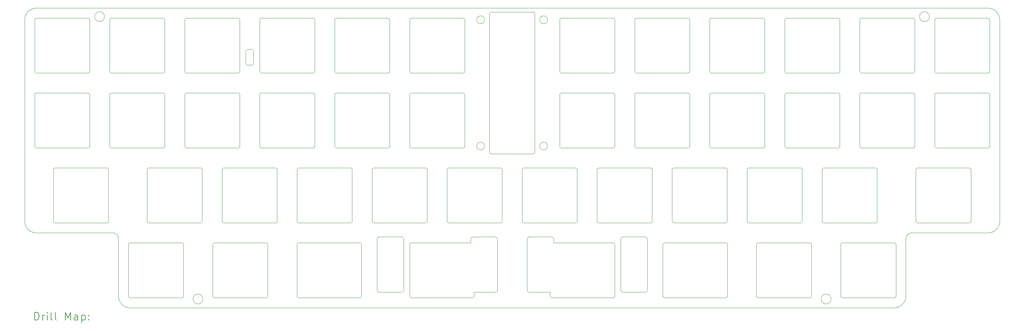
<source format=gbr>
%TF.GenerationSoftware,KiCad,Pcbnew,7.0.6*%
%TF.CreationDate,2023-08-26T10:14:12-04:00*%
%TF.ProjectId,Vault45_Alpha_FR4_Plate,5661756c-7434-4355-9f41-6c7068615f46,rev?*%
%TF.SameCoordinates,PX1a1da4ePY7d7828d*%
%TF.FileFunction,Drillmap*%
%TF.FilePolarity,Positive*%
%FSLAX45Y45*%
G04 Gerber Fmt 4.5, Leading zero omitted, Abs format (unit mm)*
G04 Created by KiCad (PCBNEW 7.0.6) date 2023-08-26 10:14:12*
%MOMM*%
%LPD*%
G01*
G04 APERTURE LIST*
%ADD10C,0.090000*%
%ADD11C,0.200000*%
G04 APERTURE END LIST*
D10*
X22983301Y7402312D02*
G75*
G03*
X22983301Y7402312I-125000J0D01*
G01*
X6126875Y1654850D02*
X6136952Y1653834D01*
X6146337Y1650921D01*
X6154830Y1646311D01*
X6162230Y1640205D01*
X6168336Y1632805D01*
X6172946Y1624312D01*
X6175859Y1614927D01*
X6176875Y1604850D01*
X4826875Y1654850D02*
X6126875Y1654850D01*
X4776875Y1604850D02*
X4777891Y1614927D01*
X4780804Y1624312D01*
X4785414Y1632805D01*
X4791520Y1640205D01*
X4798920Y1646311D01*
X4807413Y1650921D01*
X4816798Y1653834D01*
X4826875Y1654850D01*
X4776875Y304850D02*
X4776875Y1604850D01*
X4826875Y254850D02*
X4816798Y255866D01*
X4807413Y258779D01*
X4798920Y263389D01*
X4791520Y269495D01*
X4785414Y276895D01*
X4780804Y285388D01*
X4777891Y294773D01*
X4776875Y304850D01*
X6126875Y254850D02*
X4826875Y254850D01*
X6176875Y304850D02*
X6175859Y294773D01*
X6172946Y285388D01*
X6168336Y276895D01*
X6162230Y269495D01*
X6154830Y263389D01*
X6146337Y258779D01*
X6136952Y255866D01*
X6126875Y254850D01*
X6176875Y1604850D02*
X6176875Y304850D01*
X2633750Y1604850D02*
X2634766Y1614927D01*
X2637679Y1624312D01*
X2642289Y1632805D01*
X2648395Y1640205D01*
X2655795Y1646311D01*
X2664288Y1650921D01*
X2673673Y1653834D01*
X2683750Y1654850D01*
X2633750Y304850D02*
X2633750Y1604850D01*
X2683750Y254850D02*
X2673673Y255866D01*
X2664288Y258779D01*
X2655795Y263389D01*
X2648395Y269495D01*
X2642289Y276895D01*
X2637679Y285388D01*
X2634766Y294773D01*
X2633750Y304850D01*
X3983750Y254850D02*
X2683750Y254850D01*
X4033750Y304850D02*
X4032734Y294773D01*
X4029821Y285388D01*
X4025211Y276895D01*
X4019105Y269495D01*
X4011705Y263389D01*
X4003212Y258779D01*
X3993827Y255866D01*
X3983750Y254850D01*
X4033750Y1604850D02*
X4033750Y304850D01*
X3983750Y1654850D02*
X3993827Y1653834D01*
X4003212Y1650921D01*
X4011705Y1646311D01*
X4019105Y1640205D01*
X4025211Y1632805D01*
X4029821Y1624312D01*
X4032734Y1614927D01*
X4033750Y1604850D01*
X2683750Y1654850D02*
X3983750Y1654850D01*
X2029811Y7402302D02*
G75*
G03*
X2029811Y7402302I-125000J0D01*
G01*
X4528305Y222317D02*
G75*
G03*
X4528305Y222317I-125000J0D01*
G01*
X20731250Y1604850D02*
X20732266Y1614927D01*
X20735179Y1624312D01*
X20739789Y1632805D01*
X20745895Y1640205D01*
X20753295Y1646311D01*
X20761788Y1650921D01*
X20771173Y1653834D01*
X20781250Y1654850D01*
X20731250Y304850D02*
X20731250Y1604850D01*
X20781250Y254850D02*
X20771173Y255866D01*
X20761788Y258779D01*
X20753295Y263389D01*
X20745895Y269495D01*
X20739789Y276895D01*
X20735179Y285388D01*
X20732266Y294773D01*
X20731250Y304850D01*
X22081250Y254850D02*
X20781250Y254850D01*
X22131250Y304850D02*
X22130234Y294773D01*
X22127321Y285388D01*
X22122711Y276895D01*
X22116605Y269495D01*
X22109205Y263389D01*
X22100712Y258779D01*
X22091327Y255866D01*
X22081250Y254850D01*
X22131250Y1604850D02*
X22131250Y304850D01*
X22081250Y1654850D02*
X22091327Y1653834D01*
X22100712Y1650921D01*
X22109205Y1646311D01*
X22116605Y1640205D01*
X22122711Y1632805D01*
X22127321Y1624312D01*
X22130234Y1614927D01*
X22131250Y1604850D01*
X20781250Y1654850D02*
X22081250Y1654850D01*
X20484398Y222322D02*
G75*
G03*
X20484398Y222322I-125000J0D01*
G01*
X18588125Y1604850D02*
X18589141Y1614927D01*
X18592054Y1624312D01*
X18596664Y1632805D01*
X18602770Y1640205D01*
X18610170Y1646311D01*
X18618663Y1650921D01*
X18628048Y1653834D01*
X18638125Y1654850D01*
X18588125Y304850D02*
X18588125Y1604850D01*
X18638125Y254850D02*
X18628048Y255866D01*
X18618663Y258779D01*
X18610170Y263389D01*
X18602770Y269495D01*
X18596664Y276895D01*
X18592054Y285388D01*
X18589141Y294773D01*
X18588125Y304850D01*
X19938125Y254850D02*
X18638125Y254850D01*
X19988125Y304850D02*
X19987109Y294773D01*
X19984196Y285388D01*
X19979586Y276895D01*
X19973480Y269495D01*
X19966080Y263389D01*
X19957587Y258779D01*
X19948202Y255866D01*
X19938125Y254850D01*
X19988125Y1604850D02*
X19988125Y304850D01*
X19938125Y1654850D02*
X19948202Y1653834D01*
X19957587Y1650921D01*
X19966080Y1646311D01*
X19973480Y1640205D01*
X19979586Y1632805D01*
X19984196Y1624312D01*
X19987109Y1614927D01*
X19988125Y1604850D01*
X18638125Y1654850D02*
X19938125Y1654850D01*
X0Y2207350D02*
X390Y2191912D01*
X1549Y2176677D01*
X3457Y2161663D01*
X6095Y2146890D01*
X9445Y2132375D01*
X13487Y2118139D01*
X18204Y2104200D01*
X23575Y2090576D01*
X29583Y2077288D01*
X36208Y2064352D01*
X43432Y2051789D01*
X51235Y2039617D01*
X59599Y2027855D01*
X68505Y2016522D01*
X77935Y2005637D01*
X87868Y1995218D01*
X98287Y1985284D01*
X109172Y1975855D01*
X120505Y1966949D01*
X132267Y1958585D01*
X144439Y1950782D01*
X157002Y1943558D01*
X169938Y1936933D01*
X183226Y1930925D01*
X196850Y1925554D01*
X210789Y1920837D01*
X225025Y1916795D01*
X239539Y1913445D01*
X254313Y1910807D01*
X269327Y1908899D01*
X284562Y1907740D01*
X300000Y1907350D01*
X0Y7322350D02*
X0Y2207350D01*
X300000Y7622350D02*
X284562Y7621960D01*
X269327Y7620801D01*
X254313Y7618893D01*
X239539Y7616255D01*
X225025Y7612905D01*
X210789Y7608862D01*
X196850Y7604146D01*
X183226Y7598774D01*
X169938Y7592767D01*
X157002Y7586142D01*
X144439Y7578918D01*
X132267Y7571115D01*
X120505Y7562751D01*
X109172Y7553844D01*
X98287Y7544415D01*
X87868Y7534482D01*
X77935Y7524063D01*
X68505Y7513178D01*
X59599Y7501845D01*
X51235Y7490083D01*
X43432Y7477911D01*
X36208Y7465348D01*
X29583Y7452412D01*
X23575Y7439123D01*
X18204Y7425500D01*
X13487Y7411561D01*
X9445Y7397325D01*
X6095Y7382810D01*
X3457Y7368037D01*
X1549Y7353023D01*
X390Y7337788D01*
X0Y7322350D01*
X24465000Y7622350D02*
X300000Y7622350D01*
X24765000Y7322350D02*
X24764610Y7337788D01*
X24763451Y7353023D01*
X24761543Y7368037D01*
X24758905Y7382810D01*
X24755555Y7397325D01*
X24751512Y7411561D01*
X24746796Y7425500D01*
X24741424Y7439123D01*
X24735417Y7452412D01*
X24728792Y7465348D01*
X24721568Y7477911D01*
X24713765Y7490083D01*
X24705401Y7501845D01*
X24696494Y7513178D01*
X24687065Y7524063D01*
X24677132Y7534482D01*
X24666713Y7544415D01*
X24655828Y7553844D01*
X24644495Y7562751D01*
X24632733Y7571115D01*
X24620561Y7578918D01*
X24607998Y7586142D01*
X24595062Y7592767D01*
X24581773Y7598774D01*
X24568150Y7604146D01*
X24554211Y7608862D01*
X24539975Y7612905D01*
X24525460Y7616255D01*
X24510687Y7618893D01*
X24495673Y7620801D01*
X24480438Y7621960D01*
X24465000Y7622350D01*
X24765000Y2207350D02*
X24765000Y7322350D01*
X24465000Y1907350D02*
X24480438Y1907740D01*
X24495673Y1908899D01*
X24510687Y1910807D01*
X24525460Y1913445D01*
X24539975Y1916795D01*
X24554211Y1920837D01*
X24568150Y1925554D01*
X24581773Y1930925D01*
X24595062Y1936933D01*
X24607998Y1943558D01*
X24620561Y1950782D01*
X24632733Y1958585D01*
X24644495Y1966949D01*
X24655828Y1975855D01*
X24666713Y1985284D01*
X24677132Y1995218D01*
X24687065Y2005637D01*
X24696494Y2016522D01*
X24705401Y2027855D01*
X24713765Y2039617D01*
X24721568Y2051789D01*
X24728792Y2064352D01*
X24735417Y2077288D01*
X24741424Y2090576D01*
X24746796Y2104200D01*
X24751512Y2118139D01*
X24755555Y2132375D01*
X24758905Y2146890D01*
X24761543Y2161663D01*
X24763451Y2176677D01*
X24764610Y2191912D01*
X24765000Y2207350D01*
X22533750Y1907350D02*
X24465000Y1907350D01*
X22383750Y1757350D02*
X22384524Y1772687D01*
X22386797Y1787580D01*
X22390494Y1801955D01*
X22395538Y1815737D01*
X22401854Y1828849D01*
X22409368Y1841216D01*
X22418003Y1852764D01*
X22427684Y1863416D01*
X22438336Y1873097D01*
X22449883Y1881732D01*
X22462251Y1889246D01*
X22475363Y1895562D01*
X22489144Y1900606D01*
X22503520Y1904302D01*
X22518413Y1906575D01*
X22533750Y1907350D01*
X22383750Y302350D02*
X22383750Y1757350D01*
X22083750Y2350D02*
X22099188Y2740D01*
X22114423Y3899D01*
X22129437Y5807D01*
X22144210Y8445D01*
X22158725Y11795D01*
X22172961Y15837D01*
X22186900Y20554D01*
X22200524Y25925D01*
X22213812Y31933D01*
X22226748Y38558D01*
X22239311Y45782D01*
X22251483Y53585D01*
X22263245Y61949D01*
X22274578Y70855D01*
X22285463Y80285D01*
X22295882Y90218D01*
X22305815Y100637D01*
X22315245Y111522D01*
X22324151Y122855D01*
X22332515Y134617D01*
X22340318Y146789D01*
X22347542Y159352D01*
X22354167Y172288D01*
X22360175Y185576D01*
X22365546Y199200D01*
X22370262Y213139D01*
X22374305Y227375D01*
X22377655Y241889D01*
X22380293Y256663D01*
X22382201Y271677D01*
X22383360Y286912D01*
X22383750Y302350D01*
X2681250Y2350D02*
X22083750Y2350D01*
X2381250Y302350D02*
X2381640Y286912D01*
X2382799Y271677D01*
X2384707Y256663D01*
X2387345Y241889D01*
X2390695Y227375D01*
X2394737Y213139D01*
X2399454Y199200D01*
X2404825Y185576D01*
X2410833Y172288D01*
X2417458Y159352D01*
X2424682Y146789D01*
X2432485Y134617D01*
X2440849Y122855D01*
X2449755Y111522D01*
X2459185Y100637D01*
X2469118Y90218D01*
X2479537Y80285D01*
X2490422Y70855D01*
X2501755Y61949D01*
X2513517Y53585D01*
X2525689Y45782D01*
X2538252Y38558D01*
X2551188Y31933D01*
X2564476Y25925D01*
X2578100Y20554D01*
X2592039Y15837D01*
X2606275Y11795D01*
X2620790Y8445D01*
X2635563Y5807D01*
X2650577Y3899D01*
X2665812Y2740D01*
X2681250Y2350D01*
X2381250Y1757350D02*
X2381250Y302350D01*
X2231250Y1907350D02*
X2246587Y1906575D01*
X2261480Y1904302D01*
X2275855Y1900606D01*
X2289637Y1895562D01*
X2302749Y1889246D01*
X2315116Y1881732D01*
X2326664Y1873097D01*
X2337316Y1863416D01*
X2346997Y1852764D01*
X2355632Y1841216D01*
X2363146Y1828849D01*
X2369462Y1815737D01*
X2374506Y1801955D01*
X2378203Y1787580D01*
X2380476Y1772687D01*
X2381250Y1757350D01*
X300000Y1907350D02*
X2231250Y1907350D01*
X9625000Y451850D02*
X9623984Y441773D01*
X9621071Y432388D01*
X9616461Y423894D01*
X9610355Y416495D01*
X9602955Y410389D01*
X9594462Y405779D01*
X9585077Y402866D01*
X9575000Y401850D01*
X9625000Y1751850D02*
X9625000Y451850D01*
X9575000Y1801850D02*
X9585077Y1800834D01*
X9594462Y1797921D01*
X9602955Y1793311D01*
X9610355Y1787205D01*
X9616461Y1779805D01*
X9621071Y1771312D01*
X9623984Y1761927D01*
X9625000Y1751850D01*
X9000000Y1801850D02*
X9575000Y1801850D01*
X8950000Y1751850D02*
X8951016Y1761927D01*
X8953929Y1771312D01*
X8958539Y1779805D01*
X8964645Y1787205D01*
X8972045Y1793311D01*
X8980538Y1797921D01*
X8989923Y1800834D01*
X9000000Y1801850D01*
X8950000Y451850D02*
X8950000Y1751850D01*
X9000000Y401850D02*
X8989923Y402866D01*
X8980538Y405779D01*
X8972045Y410389D01*
X8964645Y416495D01*
X8958539Y423894D01*
X8953929Y432388D01*
X8951016Y441773D01*
X8950000Y451850D01*
X9575000Y401850D02*
X9000000Y401850D01*
X15814985Y451850D02*
X15813969Y441773D01*
X15811055Y432388D01*
X15806445Y423894D01*
X15800340Y416495D01*
X15792940Y410389D01*
X15784447Y405779D01*
X15775061Y402866D01*
X15764985Y401850D01*
X15814985Y1751850D02*
X15814985Y451850D01*
X15764985Y1801850D02*
X15775061Y1800834D01*
X15784447Y1797921D01*
X15792940Y1793311D01*
X15800340Y1787205D01*
X15806445Y1779805D01*
X15811055Y1771312D01*
X15813969Y1761927D01*
X15814985Y1751850D01*
X15189985Y1801850D02*
X15764985Y1801850D01*
X15139985Y1751850D02*
X15141000Y1761927D01*
X15143914Y1771312D01*
X15148524Y1779805D01*
X15154629Y1787205D01*
X15162029Y1793311D01*
X15170522Y1797921D01*
X15179908Y1800834D01*
X15189985Y1801850D01*
X15139985Y451850D02*
X15139985Y1751850D01*
X15189985Y401850D02*
X15179908Y402866D01*
X15170522Y405779D01*
X15162029Y410389D01*
X15154629Y416495D01*
X15148524Y423894D01*
X15143914Y432388D01*
X15141000Y441773D01*
X15139985Y451850D01*
X15764985Y401850D02*
X15189985Y401850D01*
X11365565Y254850D02*
X9827505Y254850D01*
X11415565Y304850D02*
X11414549Y294773D01*
X11411635Y285388D01*
X11407025Y276895D01*
X11400920Y269495D01*
X11393520Y263389D01*
X11385027Y258779D01*
X11375641Y255866D01*
X11365565Y254850D01*
X11415565Y401850D02*
X11415565Y304850D01*
X11954905Y401850D02*
X11415565Y401850D01*
X12004905Y451850D02*
X12003889Y441773D01*
X12000975Y432388D01*
X11996365Y423894D01*
X11990260Y416495D01*
X11982860Y410389D01*
X11974367Y405779D01*
X11964981Y402866D01*
X11954905Y401850D01*
X12004905Y1751850D02*
X12004905Y451850D01*
X11954905Y1801850D02*
X11964981Y1800834D01*
X11974367Y1797921D01*
X11982860Y1793311D01*
X11990260Y1787205D01*
X11996365Y1779805D01*
X12000975Y1771312D01*
X12003889Y1761927D01*
X12004905Y1751850D01*
X11379905Y1801850D02*
X11954905Y1801850D01*
X11329905Y1751850D02*
X11330920Y1761927D01*
X11333834Y1771312D01*
X11338444Y1779805D01*
X11344549Y1787205D01*
X11351949Y1793311D01*
X11360442Y1797921D01*
X11369828Y1800834D01*
X11379905Y1801850D01*
X11329905Y1654850D02*
X11329905Y1751850D01*
X9827505Y1654850D02*
X11329905Y1654850D01*
X9777505Y1604850D02*
X9778521Y1614927D01*
X9781434Y1624312D01*
X9786044Y1632805D01*
X9792149Y1640205D01*
X9799549Y1646311D01*
X9808042Y1650921D01*
X9817428Y1653834D01*
X9827505Y1654850D01*
X9777505Y304850D02*
X9777505Y1604850D01*
X9827505Y254850D02*
X9817428Y255866D01*
X9808042Y258779D01*
X9799549Y263389D01*
X9792149Y269495D01*
X9786044Y276895D01*
X9781434Y285388D01*
X9778521Y294773D01*
X9777505Y304850D01*
X13349405Y401850D02*
X13349405Y304850D01*
X12810000Y401850D02*
X13349405Y401850D01*
X12760000Y451850D02*
X12761016Y441773D01*
X12763929Y432388D01*
X12768539Y423894D01*
X12774645Y416495D01*
X12782044Y410389D01*
X12790538Y405779D01*
X12799923Y402866D01*
X12810000Y401850D01*
X12760000Y1751850D02*
X12760000Y451850D01*
X12810000Y1801850D02*
X12799923Y1800834D01*
X12790538Y1797921D01*
X12782044Y1793311D01*
X12774645Y1787205D01*
X12768539Y1779805D01*
X12763929Y1771312D01*
X12761016Y1761927D01*
X12760000Y1751850D01*
X13385000Y1801850D02*
X12810000Y1801850D01*
X13435000Y1751850D02*
X13433984Y1761927D01*
X13431071Y1771312D01*
X13426461Y1779805D01*
X13420355Y1787205D01*
X13412955Y1793311D01*
X13404462Y1797921D01*
X13395077Y1800834D01*
X13385000Y1801850D01*
X13435000Y1654850D02*
X13435000Y1751850D01*
X14937465Y1654850D02*
X13435000Y1654850D01*
X14987465Y1604850D02*
X14986449Y1614927D01*
X14983535Y1624312D01*
X14978925Y1632805D01*
X14972820Y1640205D01*
X14965420Y1646311D01*
X14956927Y1650921D01*
X14947541Y1653834D01*
X14937465Y1654850D01*
X14987465Y304850D02*
X14987465Y1604850D01*
X14937465Y254850D02*
X14947541Y255866D01*
X14956927Y258779D01*
X14965420Y263389D01*
X14972820Y269495D01*
X14978925Y276895D01*
X14983535Y285388D01*
X14986449Y294773D01*
X14987465Y304850D01*
X13399405Y254850D02*
X14937465Y254850D01*
X13349405Y304850D02*
X13350420Y294773D01*
X13353334Y285388D01*
X13357944Y276895D01*
X13364049Y269495D01*
X13371449Y263389D01*
X13379942Y258779D01*
X13389328Y255866D01*
X13399405Y254850D01*
X17798700Y254850D02*
X16260600Y254850D01*
X17848700Y304850D02*
X17847684Y294773D01*
X17844771Y285388D01*
X17840161Y276895D01*
X17834055Y269495D01*
X17826655Y263389D01*
X17818162Y258779D01*
X17808777Y255866D01*
X17798700Y254850D01*
X17848700Y1604850D02*
X17848700Y304850D01*
X17798700Y1654850D02*
X17808777Y1653834D01*
X17818162Y1650921D01*
X17826655Y1646311D01*
X17834055Y1640205D01*
X17840161Y1632805D01*
X17844771Y1624312D01*
X17847684Y1614927D01*
X17848700Y1604850D01*
X16260600Y1654850D02*
X17798700Y1654850D01*
X16210600Y1604850D02*
X16211616Y1614927D01*
X16214529Y1624312D01*
X16219139Y1632805D01*
X16225245Y1640205D01*
X16232644Y1646311D01*
X16241138Y1650921D01*
X16250523Y1653834D01*
X16260600Y1654850D01*
X16210600Y304850D02*
X16210600Y1604850D01*
X16260600Y254850D02*
X16250523Y255866D01*
X16241138Y258779D01*
X16232644Y263389D01*
X16225245Y269495D01*
X16219139Y276895D01*
X16214529Y285388D01*
X16211616Y294773D01*
X16210600Y304850D01*
X8508100Y254850D02*
X6970000Y254850D01*
X8558100Y304850D02*
X8557084Y294773D01*
X8554171Y285388D01*
X8549561Y276895D01*
X8543455Y269495D01*
X8536055Y263389D01*
X8527562Y258779D01*
X8518177Y255866D01*
X8508100Y254850D01*
X8558100Y1604850D02*
X8558100Y304850D01*
X8508100Y1654850D02*
X8518177Y1653834D01*
X8527562Y1650921D01*
X8536055Y1646311D01*
X8543455Y1640205D01*
X8549561Y1632805D01*
X8554171Y1624312D01*
X8557084Y1614927D01*
X8558100Y1604850D01*
X6970000Y1654850D02*
X8508100Y1654850D01*
X6920000Y1604850D02*
X6921016Y1614927D01*
X6923929Y1624312D01*
X6928539Y1632805D01*
X6934645Y1640205D01*
X6942044Y1646311D01*
X6950538Y1650921D01*
X6959923Y1653834D01*
X6970000Y1654850D01*
X6920000Y304850D02*
X6920000Y1604850D01*
X6970000Y254850D02*
X6959923Y255866D01*
X6950538Y258779D01*
X6942044Y263389D01*
X6934645Y269495D01*
X6928539Y276895D01*
X6923929Y285388D01*
X6921016Y294773D01*
X6920000Y304850D01*
X23986250Y3559950D02*
X23996327Y3558934D01*
X24005712Y3556021D01*
X24014205Y3551411D01*
X24021605Y3545305D01*
X24027711Y3537905D01*
X24032321Y3529412D01*
X24035234Y3520027D01*
X24036250Y3509950D01*
X22686250Y3559950D02*
X23986250Y3559950D01*
X22636250Y3509950D02*
X22637266Y3520027D01*
X22640179Y3529412D01*
X22644789Y3537905D01*
X22650895Y3545305D01*
X22658294Y3551411D01*
X22666788Y3556021D01*
X22676173Y3558934D01*
X22686250Y3559950D01*
X22636250Y2209950D02*
X22636250Y3509950D01*
X22686250Y2159950D02*
X22676173Y2160966D01*
X22666788Y2163879D01*
X22658294Y2168489D01*
X22650895Y2174595D01*
X22644789Y2181995D01*
X22640179Y2190488D01*
X22637266Y2199873D01*
X22636250Y2209950D01*
X23986250Y2159950D02*
X22686250Y2159950D01*
X24036250Y2209950D02*
X24035234Y2199873D01*
X24032321Y2190488D01*
X24027711Y2181995D01*
X24021605Y2174595D01*
X24014205Y2168489D01*
X24005712Y2163879D01*
X23996327Y2160966D01*
X23986250Y2159950D01*
X24036250Y3509950D02*
X24036250Y2209950D01*
X2078750Y3559951D02*
X2088827Y3558935D01*
X2098212Y3556022D01*
X2106705Y3551412D01*
X2114105Y3545307D01*
X2120211Y3537907D01*
X2124821Y3529414D01*
X2127734Y3520028D01*
X2128750Y3509951D01*
X778750Y3559951D02*
X2078750Y3559951D01*
X728750Y3509951D02*
X729766Y3520028D01*
X732679Y3529414D01*
X737289Y3537907D01*
X743395Y3545307D01*
X750794Y3551412D01*
X759288Y3556022D01*
X768673Y3558935D01*
X778750Y3559951D01*
X728750Y2209951D02*
X728750Y3509951D01*
X778750Y2159951D02*
X768673Y2160967D01*
X759288Y2163881D01*
X750794Y2168491D01*
X743395Y2174596D01*
X737289Y2181996D01*
X732679Y2190489D01*
X729766Y2199875D01*
X728750Y2209951D01*
X2078750Y2159951D02*
X778750Y2159951D01*
X2128750Y2209951D02*
X2127734Y2199875D01*
X2124821Y2190489D01*
X2120211Y2181996D01*
X2114105Y2174596D01*
X2106705Y2168491D01*
X2098212Y2163881D01*
X2088827Y2160967D01*
X2078750Y2159951D01*
X2128750Y3509951D02*
X2128750Y2209951D01*
X12957589Y3967450D02*
X12956573Y3957373D01*
X12953660Y3947988D01*
X12949050Y3939494D01*
X12942944Y3932095D01*
X12935544Y3925989D01*
X12927051Y3921379D01*
X12917666Y3918466D01*
X12907589Y3917450D01*
X12957589Y7467450D02*
X12957589Y3967450D01*
X12907589Y7517450D02*
X12917666Y7516434D01*
X12927051Y7513521D01*
X12935544Y7508911D01*
X12942944Y7502805D01*
X12949050Y7495405D01*
X12953660Y7486912D01*
X12956573Y7477527D01*
X12957589Y7467450D01*
X11857489Y7517450D02*
X12907589Y7517450D01*
X11807489Y7467450D02*
X11808505Y7477527D01*
X11811418Y7486912D01*
X11816028Y7495405D01*
X11822133Y7502805D01*
X11829533Y7508911D01*
X11838027Y7513521D01*
X11847412Y7516434D01*
X11857489Y7517450D01*
X11807489Y3967450D02*
X11807489Y7467450D01*
X11857489Y3917450D02*
X11847412Y3918466D01*
X11838027Y3921379D01*
X11829533Y3925989D01*
X11822133Y3932095D01*
X11816028Y3939494D01*
X11811418Y3947988D01*
X11808505Y3957373D01*
X11807489Y3967450D01*
X12907589Y3917450D02*
X11857489Y3917450D01*
X13281328Y4112310D02*
G75*
G03*
X13281328Y4112310I-98778J0D01*
G01*
X11681339Y4112310D02*
G75*
G03*
X11681339Y4112310I-98789J0D01*
G01*
X13281328Y7322588D02*
G75*
G03*
X13281328Y7322588I-98778J0D01*
G01*
X11681339Y7322588D02*
G75*
G03*
X11681339Y7322588I-98789J0D01*
G01*
X5813816Y6222368D02*
X5812852Y6213156D01*
X5810068Y6204233D01*
X5805631Y6195889D01*
X5799705Y6188414D01*
X5792457Y6182095D01*
X5784051Y6177224D01*
X5774653Y6174089D01*
X5764428Y6172979D01*
X5813816Y6522230D02*
X5813816Y6222368D01*
X5764428Y6571618D02*
X5774653Y6570654D01*
X5784051Y6567870D01*
X5792457Y6563433D01*
X5799705Y6557507D01*
X5805631Y6550259D01*
X5810068Y6541853D01*
X5812852Y6532455D01*
X5813816Y6522230D01*
X5665650Y6571618D02*
X5764428Y6571618D01*
X5616261Y6522230D02*
X5617226Y6532455D01*
X5620009Y6541853D01*
X5624447Y6550259D01*
X5630372Y6557507D01*
X5637621Y6563433D01*
X5646027Y6567870D01*
X5655425Y6570654D01*
X5665650Y6571618D01*
X5616261Y6222368D02*
X5616261Y6522230D01*
X5665650Y6172979D02*
X5655425Y6173944D01*
X5646027Y6176728D01*
X5637621Y6181165D01*
X5630372Y6187091D01*
X5624447Y6194339D01*
X5620009Y6202745D01*
X5617226Y6212143D01*
X5616261Y6222368D01*
X5764428Y6172979D02*
X5665650Y6172979D01*
X18350046Y2209950D02*
X18350046Y3509950D01*
X18400046Y2159950D02*
X18389969Y2160966D01*
X18380584Y2163879D01*
X18372090Y2168489D01*
X18364691Y2174595D01*
X18358585Y2181995D01*
X18353975Y2190488D01*
X18351062Y2199873D01*
X18350046Y2209950D01*
X19700046Y2159950D02*
X18400046Y2159950D01*
X19750046Y2209950D02*
X19749030Y2199873D01*
X19746117Y2190488D01*
X19741507Y2181995D01*
X19735401Y2174595D01*
X19728001Y2168489D01*
X19719508Y2163879D01*
X19710123Y2160966D01*
X19700046Y2159950D01*
X19750046Y3509950D02*
X19750046Y2209950D01*
X19700046Y3559950D02*
X19710123Y3558934D01*
X19719508Y3556021D01*
X19728001Y3551411D01*
X19735401Y3545305D01*
X19741507Y3537905D01*
X19746117Y3529412D01*
X19749030Y3520027D01*
X19750046Y3509950D01*
X18400046Y3559950D02*
X19700046Y3559950D01*
X18350046Y3509950D02*
X18351062Y3520027D01*
X18353975Y3529412D01*
X18358585Y3537905D01*
X18364691Y3545305D01*
X18372090Y3551411D01*
X18380584Y3556021D01*
X18389969Y3558934D01*
X18400046Y3559950D01*
X20305046Y2159950D02*
X20294969Y2160966D01*
X20285584Y2163879D01*
X20277090Y2168489D01*
X20269691Y2174595D01*
X20263585Y2181995D01*
X20258975Y2190488D01*
X20256062Y2199873D01*
X20255046Y2209950D01*
X21605046Y2159950D02*
X20305046Y2159950D01*
X21655046Y2209950D02*
X21654030Y2199873D01*
X21651117Y2190488D01*
X21646507Y2181995D01*
X21640401Y2174595D01*
X21633001Y2168489D01*
X21624508Y2163879D01*
X21615123Y2160966D01*
X21605046Y2159950D01*
X21655046Y3509950D02*
X21655046Y2209950D01*
X21605046Y3559950D02*
X21615123Y3558934D01*
X21624508Y3556021D01*
X21633001Y3551411D01*
X21640401Y3545305D01*
X21646507Y3537905D01*
X21651117Y3529412D01*
X21654030Y3520027D01*
X21655046Y3509950D01*
X20305046Y3559950D02*
X21605046Y3559950D01*
X20255046Y3509950D02*
X20256062Y3520027D01*
X20258975Y3529412D01*
X20263585Y3537905D01*
X20269691Y3545305D01*
X20277090Y3551411D01*
X20285584Y3556021D01*
X20294969Y3558934D01*
X20305046Y3559950D01*
X20255046Y2209950D02*
X20255046Y3509950D01*
X17795046Y2159950D02*
X16495046Y2159950D01*
X17845046Y2209950D02*
X17844030Y2199873D01*
X17841117Y2190488D01*
X17836507Y2181995D01*
X17830401Y2174595D01*
X17823001Y2168489D01*
X17814508Y2163879D01*
X17805123Y2160966D01*
X17795046Y2159950D01*
X17845046Y3509950D02*
X17845046Y2209950D01*
X17795046Y3559950D02*
X17805123Y3558934D01*
X17814508Y3556021D01*
X17823001Y3551411D01*
X17830401Y3545305D01*
X17836507Y3537905D01*
X17841117Y3529412D01*
X17844030Y3520027D01*
X17845046Y3509950D01*
X16495046Y3559950D02*
X17795046Y3559950D01*
X16445046Y3509950D02*
X16446062Y3520027D01*
X16448975Y3529412D01*
X16453585Y3537905D01*
X16459691Y3545305D01*
X16467090Y3551411D01*
X16475584Y3556021D01*
X16484969Y3558934D01*
X16495046Y3559950D01*
X16445046Y2209950D02*
X16445046Y3509950D01*
X16495046Y2159950D02*
X16484969Y2160966D01*
X16475584Y2163879D01*
X16467090Y2168489D01*
X16459691Y2174595D01*
X16453585Y2181995D01*
X16448975Y2190488D01*
X16446062Y2199873D01*
X16445046Y2209950D01*
X14540046Y3509950D02*
X14541062Y3520027D01*
X14543975Y3529412D01*
X14548585Y3537905D01*
X14554691Y3545305D01*
X14562090Y3551411D01*
X14570584Y3556021D01*
X14579969Y3558934D01*
X14590046Y3559950D01*
X14540046Y2209950D02*
X14540046Y3509950D01*
X14590046Y2159950D02*
X14579969Y2160966D01*
X14570584Y2163879D01*
X14562090Y2168489D01*
X14554691Y2174595D01*
X14548585Y2181995D01*
X14543975Y2190488D01*
X14541062Y2199873D01*
X14540046Y2209950D01*
X15890046Y2159950D02*
X14590046Y2159950D01*
X15940046Y2209950D02*
X15939030Y2199873D01*
X15936117Y2190488D01*
X15931507Y2181995D01*
X15925401Y2174595D01*
X15918001Y2168489D01*
X15909508Y2163879D01*
X15900123Y2160966D01*
X15890046Y2159950D01*
X15940046Y3509950D02*
X15940046Y2209950D01*
X15890046Y3559950D02*
X15900123Y3558934D01*
X15909508Y3556021D01*
X15918001Y3551411D01*
X15925401Y3545305D01*
X15931507Y3537905D01*
X15936117Y3529412D01*
X15939030Y3520027D01*
X15940046Y3509950D01*
X14590046Y3559950D02*
X15890046Y3559950D01*
X12685046Y2159950D02*
X12674969Y2160966D01*
X12665584Y2163879D01*
X12657090Y2168489D01*
X12649691Y2174595D01*
X12643585Y2181995D01*
X12638975Y2190488D01*
X12636062Y2199873D01*
X12635046Y2209950D01*
X13985046Y2159950D02*
X12685046Y2159950D01*
X14035046Y2209950D02*
X14034030Y2199873D01*
X14031117Y2190488D01*
X14026507Y2181995D01*
X14020401Y2174595D01*
X14013001Y2168489D01*
X14004508Y2163879D01*
X13995123Y2160966D01*
X13985046Y2159950D01*
X14035046Y3509950D02*
X14035046Y2209950D01*
X13985046Y3559950D02*
X13995123Y3558934D01*
X14004508Y3556021D01*
X14013001Y3551411D01*
X14020401Y3545305D01*
X14026507Y3537905D01*
X14031117Y3529412D01*
X14034030Y3520027D01*
X14035046Y3509950D01*
X12685046Y3559950D02*
X13985046Y3559950D01*
X12635046Y3509950D02*
X12636062Y3520027D01*
X12638975Y3529412D01*
X12643585Y3537905D01*
X12649691Y3545305D01*
X12657090Y3551411D01*
X12665584Y3556021D01*
X12674969Y3558934D01*
X12685046Y3559950D01*
X12635046Y2209950D02*
X12635046Y3509950D01*
X5065046Y3559950D02*
X6365046Y3559950D01*
X5015046Y3509950D02*
X5016062Y3520027D01*
X5018975Y3529412D01*
X5023585Y3537905D01*
X5029691Y3545305D01*
X5037090Y3551411D01*
X5045584Y3556021D01*
X5054969Y3558934D01*
X5065046Y3559950D01*
X5015046Y2209950D02*
X5015046Y3509950D01*
X5065046Y2159950D02*
X5054969Y2160966D01*
X5045584Y2163879D01*
X5037090Y2168489D01*
X5029691Y2174595D01*
X5023585Y2181995D01*
X5018975Y2190488D01*
X5016062Y2199873D01*
X5015046Y2209950D01*
X6365046Y2159950D02*
X5065046Y2159950D01*
X6415046Y2209950D02*
X6414030Y2199873D01*
X6411117Y2190488D01*
X6406507Y2181995D01*
X6400401Y2174595D01*
X6393001Y2168489D01*
X6384508Y2163879D01*
X6375123Y2160966D01*
X6365046Y2159950D01*
X6415046Y3509950D02*
X6415046Y2209950D01*
X6365046Y3559950D02*
X6375123Y3558934D01*
X6384508Y3556021D01*
X6393001Y3551411D01*
X6400401Y3545305D01*
X6406507Y3537905D01*
X6411117Y3529412D01*
X6414030Y3520027D01*
X6415046Y3509950D01*
X8320046Y3509950D02*
X8320046Y2209950D01*
X8270046Y3559950D02*
X8280123Y3558934D01*
X8289508Y3556021D01*
X8298001Y3551411D01*
X8305401Y3545305D01*
X8311507Y3537905D01*
X8316117Y3529412D01*
X8319030Y3520027D01*
X8320046Y3509950D01*
X6970046Y3559950D02*
X8270046Y3559950D01*
X6920046Y3509950D02*
X6921062Y3520027D01*
X6923975Y3529412D01*
X6928585Y3537905D01*
X6934691Y3545305D01*
X6942090Y3551411D01*
X6950584Y3556021D01*
X6959969Y3558934D01*
X6970046Y3559950D01*
X6920046Y2209950D02*
X6920046Y3509950D01*
X6970046Y2159950D02*
X6959969Y2160966D01*
X6950584Y2163879D01*
X6942090Y2168489D01*
X6934691Y2174595D01*
X6928585Y2181995D01*
X6923975Y2190488D01*
X6921062Y2199873D01*
X6920046Y2209950D01*
X8270046Y2159950D02*
X6970046Y2159950D01*
X8320046Y2209950D02*
X8319030Y2199873D01*
X8316117Y2190488D01*
X8311507Y2181995D01*
X8305401Y2174595D01*
X8298001Y2168489D01*
X8289508Y2163879D01*
X8280123Y2160966D01*
X8270046Y2159950D01*
X12080046Y2159950D02*
X10780046Y2159950D01*
X12130046Y2209950D02*
X12129030Y2199873D01*
X12126117Y2190488D01*
X12121507Y2181995D01*
X12115401Y2174595D01*
X12108001Y2168489D01*
X12099508Y2163879D01*
X12090123Y2160966D01*
X12080046Y2159950D01*
X12130046Y3509950D02*
X12130046Y2209950D01*
X12080046Y3559950D02*
X12090123Y3558934D01*
X12099508Y3556021D01*
X12108001Y3551411D01*
X12115401Y3545305D01*
X12121507Y3537905D01*
X12126117Y3529412D01*
X12129030Y3520027D01*
X12130046Y3509950D01*
X10780046Y3559950D02*
X12080046Y3559950D01*
X10730046Y3509950D02*
X10731062Y3520027D01*
X10733975Y3529412D01*
X10738585Y3537905D01*
X10744691Y3545305D01*
X10752090Y3551411D01*
X10760584Y3556021D01*
X10769969Y3558934D01*
X10780046Y3559950D01*
X10730046Y2209950D02*
X10730046Y3509950D01*
X10780046Y2159950D02*
X10769969Y2160966D01*
X10760584Y2163879D01*
X10752090Y2168489D01*
X10744691Y2174595D01*
X10738585Y2181995D01*
X10733975Y2190488D01*
X10731062Y2199873D01*
X10730046Y2209950D01*
X10225046Y3509950D02*
X10225046Y2209950D01*
X10175046Y3559950D02*
X10185123Y3558934D01*
X10194508Y3556021D01*
X10203001Y3551411D01*
X10210401Y3545305D01*
X10216507Y3537905D01*
X10221117Y3529412D01*
X10224030Y3520027D01*
X10225046Y3509950D01*
X8875046Y3559950D02*
X10175046Y3559950D01*
X8825046Y3509950D02*
X8826062Y3520027D01*
X8828975Y3529412D01*
X8833585Y3537905D01*
X8839691Y3545305D01*
X8847090Y3551411D01*
X8855584Y3556021D01*
X8864969Y3558934D01*
X8875046Y3559950D01*
X8825046Y2209950D02*
X8825046Y3509950D01*
X8875046Y2159950D02*
X8864969Y2160966D01*
X8855584Y2163879D01*
X8847090Y2168489D01*
X8839691Y2174595D01*
X8833585Y2181995D01*
X8828975Y2190488D01*
X8826062Y2199873D01*
X8825046Y2209950D01*
X10175046Y2159950D02*
X8875046Y2159950D01*
X10225046Y2209950D02*
X10224030Y2199873D01*
X10221117Y2190488D01*
X10216507Y2181995D01*
X10210401Y2174595D01*
X10203001Y2168489D01*
X10194508Y2163879D01*
X10185123Y2160966D01*
X10175046Y2159950D01*
X21257539Y4064950D02*
X21247462Y4065966D01*
X21238077Y4068879D01*
X21229583Y4073489D01*
X21222184Y4079595D01*
X21216078Y4086994D01*
X21211468Y4095488D01*
X21208555Y4104873D01*
X21207539Y4114950D01*
X22557539Y4064950D02*
X21257539Y4064950D01*
X22607539Y4114950D02*
X22606523Y4104873D01*
X22603610Y4095488D01*
X22599000Y4086994D01*
X22592894Y4079595D01*
X22585494Y4073489D01*
X22577001Y4068879D01*
X22567616Y4065966D01*
X22557539Y4064950D01*
X22607539Y5414950D02*
X22607539Y4114950D01*
X22557539Y5464950D02*
X22567616Y5463934D01*
X22577001Y5461021D01*
X22585494Y5456411D01*
X22592894Y5450305D01*
X22599000Y5442905D01*
X22603610Y5434412D01*
X22606523Y5425027D01*
X22607539Y5414950D01*
X21257539Y5464950D02*
X22557539Y5464950D01*
X21207539Y5414950D02*
X21208555Y5425027D01*
X21211468Y5434412D01*
X21216078Y5442905D01*
X21222184Y5450305D01*
X21229583Y5456411D01*
X21238077Y5461021D01*
X21247462Y5463934D01*
X21257539Y5464950D01*
X21207539Y4114950D02*
X21207539Y5414950D01*
X18797539Y5414950D02*
X18797539Y4114950D01*
X18747539Y5464950D02*
X18757616Y5463934D01*
X18767001Y5461021D01*
X18775494Y5456411D01*
X18782894Y5450305D01*
X18789000Y5442905D01*
X18793610Y5434412D01*
X18796523Y5425027D01*
X18797539Y5414950D01*
X17447539Y5464950D02*
X18747539Y5464950D01*
X17397539Y5414950D02*
X17398555Y5425027D01*
X17401468Y5434412D01*
X17406078Y5442905D01*
X17412184Y5450305D01*
X17419583Y5456411D01*
X17428077Y5461021D01*
X17437462Y5463934D01*
X17447539Y5464950D01*
X17397539Y4114950D02*
X17397539Y5414950D01*
X17447539Y4064950D02*
X17437462Y4065966D01*
X17428077Y4068879D01*
X17419583Y4073489D01*
X17412184Y4079595D01*
X17406078Y4086994D01*
X17401468Y4095488D01*
X17398555Y4104873D01*
X17397539Y4114950D01*
X18747539Y4064950D02*
X17447539Y4064950D01*
X18797539Y4114950D02*
X18796523Y4104873D01*
X18793610Y4095488D01*
X18789000Y4086994D01*
X18782894Y4079595D01*
X18775494Y4073489D01*
X18767001Y4068879D01*
X18757616Y4065966D01*
X18747539Y4064950D01*
X16892539Y4114950D02*
X16891523Y4104873D01*
X16888610Y4095488D01*
X16884000Y4086994D01*
X16877894Y4079595D01*
X16870494Y4073489D01*
X16862001Y4068879D01*
X16852616Y4065966D01*
X16842539Y4064950D01*
X16892539Y5414950D02*
X16892539Y4114950D01*
X16842539Y5464950D02*
X16852616Y5463934D01*
X16862001Y5461021D01*
X16870494Y5456411D01*
X16877894Y5450305D01*
X16884000Y5442905D01*
X16888610Y5434412D01*
X16891523Y5425027D01*
X16892539Y5414950D01*
X15542539Y5464950D02*
X16842539Y5464950D01*
X15492539Y5414950D02*
X15493555Y5425027D01*
X15496468Y5434412D01*
X15501078Y5442905D01*
X15507183Y5450305D01*
X15514583Y5456411D01*
X15523077Y5461021D01*
X15532462Y5463934D01*
X15542539Y5464950D01*
X15492539Y4114950D02*
X15492539Y5414950D01*
X15542539Y4064950D02*
X15532462Y4065966D01*
X15523077Y4068879D01*
X15514583Y4073489D01*
X15507183Y4079595D01*
X15501078Y4086994D01*
X15496468Y4095488D01*
X15493555Y4104873D01*
X15492539Y4114950D01*
X16842539Y4064950D02*
X15542539Y4064950D01*
X24462539Y4064950D02*
X23162539Y4064950D01*
X24512539Y4114950D02*
X24511523Y4104873D01*
X24508610Y4095488D01*
X24504000Y4086994D01*
X24497894Y4079595D01*
X24490494Y4073489D01*
X24482001Y4068879D01*
X24472616Y4065966D01*
X24462539Y4064950D01*
X24512539Y5414950D02*
X24512539Y4114950D01*
X24462539Y5464950D02*
X24472616Y5463934D01*
X24482001Y5461021D01*
X24490494Y5456411D01*
X24497894Y5450305D01*
X24504000Y5442905D01*
X24508610Y5434412D01*
X24511523Y5425027D01*
X24512539Y5414950D01*
X23162539Y5464950D02*
X24462539Y5464950D01*
X23112539Y5414950D02*
X23113555Y5425027D01*
X23116468Y5434412D01*
X23121078Y5442905D01*
X23127183Y5450305D01*
X23134583Y5456411D01*
X23143077Y5461021D01*
X23152462Y5463934D01*
X23162539Y5464950D01*
X23112539Y4114950D02*
X23112539Y5414950D01*
X23162539Y4064950D02*
X23152462Y4065966D01*
X23143077Y4068879D01*
X23134583Y4073489D01*
X23127183Y4079595D01*
X23121078Y4086994D01*
X23116468Y4095488D01*
X23113555Y4104873D01*
X23112539Y4114950D01*
X20652539Y5464950D02*
X20662616Y5463934D01*
X20672001Y5461021D01*
X20680494Y5456411D01*
X20687894Y5450305D01*
X20694000Y5442905D01*
X20698610Y5434412D01*
X20701523Y5425027D01*
X20702539Y5414950D01*
X19352539Y5464950D02*
X20652539Y5464950D01*
X19302539Y5414950D02*
X19303555Y5425027D01*
X19306468Y5434412D01*
X19311078Y5442905D01*
X19317184Y5450305D01*
X19324583Y5456411D01*
X19333077Y5461021D01*
X19342462Y5463934D01*
X19352539Y5464950D01*
X19302539Y4114950D02*
X19302539Y5414950D01*
X19352539Y4064950D02*
X19342462Y4065966D01*
X19333077Y4068879D01*
X19324583Y4073489D01*
X19317184Y4079595D01*
X19311078Y4086994D01*
X19306468Y4095488D01*
X19303555Y4104873D01*
X19302539Y4114950D01*
X20652539Y4064950D02*
X19352539Y4064950D01*
X20702539Y4114950D02*
X20701523Y4104873D01*
X20698610Y4095488D01*
X20694000Y4086994D01*
X20687894Y4079595D01*
X20680494Y4073489D01*
X20672001Y4068879D01*
X20662616Y4065966D01*
X20652539Y4064950D01*
X20702539Y5414950D02*
X20702539Y4114950D01*
X4460046Y3559950D02*
X4470123Y3558934D01*
X4479508Y3556021D01*
X4488001Y3551411D01*
X4495401Y3545305D01*
X4501507Y3537905D01*
X4506117Y3529412D01*
X4509030Y3520027D01*
X4510046Y3509950D01*
X3160046Y3559950D02*
X4460046Y3559950D01*
X3110046Y3509950D02*
X3111062Y3520027D01*
X3113975Y3529412D01*
X3118585Y3537905D01*
X3124691Y3545305D01*
X3132090Y3551411D01*
X3140584Y3556021D01*
X3149969Y3558934D01*
X3160046Y3559950D01*
X3110046Y2209950D02*
X3110046Y3509950D01*
X3160046Y2159950D02*
X3149969Y2160966D01*
X3140584Y2163879D01*
X3132090Y2168489D01*
X3124691Y2174595D01*
X3118585Y2181995D01*
X3113975Y2190488D01*
X3111062Y2199873D01*
X3110046Y2209950D01*
X4460046Y2159950D02*
X3160046Y2159950D01*
X4510046Y2209950D02*
X4509030Y2199873D01*
X4506117Y2190488D01*
X4501507Y2181995D01*
X4495401Y2174595D01*
X4488001Y2168489D01*
X4479508Y2163879D01*
X4470123Y2160966D01*
X4460046Y2159950D01*
X4510046Y3509950D02*
X4510046Y2209950D01*
X13587539Y4114950D02*
X13587539Y5414950D01*
X13637539Y4064950D02*
X13627462Y4065966D01*
X13618077Y4068879D01*
X13609583Y4073489D01*
X13602183Y4079595D01*
X13596078Y4086994D01*
X13591468Y4095488D01*
X13588555Y4104873D01*
X13587539Y4114950D01*
X14937539Y4064950D02*
X13637539Y4064950D01*
X14987539Y4114950D02*
X14986523Y4104873D01*
X14983610Y4095488D01*
X14979000Y4086994D01*
X14972894Y4079595D01*
X14965494Y4073489D01*
X14957001Y4068879D01*
X14947616Y4065966D01*
X14937539Y4064950D01*
X14987539Y5414950D02*
X14987539Y4114950D01*
X14937539Y5464950D02*
X14947616Y5463934D01*
X14957001Y5461021D01*
X14965494Y5456411D01*
X14972894Y5450305D01*
X14979000Y5442905D01*
X14983610Y5434412D01*
X14986523Y5425027D01*
X14987539Y5414950D01*
X13637539Y5464950D02*
X14937539Y5464950D01*
X13587539Y5414950D02*
X13588555Y5425027D01*
X13591468Y5434412D01*
X13596078Y5442905D01*
X13602183Y5450305D01*
X13609583Y5456411D01*
X13618077Y5461021D01*
X13627462Y5463934D01*
X13637539Y5464950D01*
X7367539Y6019950D02*
X7366523Y6009873D01*
X7363610Y6000488D01*
X7359000Y5991994D01*
X7352894Y5984595D01*
X7345494Y5978489D01*
X7337001Y5973879D01*
X7327616Y5970966D01*
X7317539Y5969950D01*
X7367539Y7319950D02*
X7367539Y6019950D01*
X7317539Y7369950D02*
X7327616Y7368934D01*
X7337001Y7366021D01*
X7345494Y7361411D01*
X7352894Y7355305D01*
X7359000Y7347905D01*
X7363610Y7339412D01*
X7366523Y7330027D01*
X7367539Y7319950D01*
X6017539Y7369950D02*
X7317539Y7369950D01*
X5967539Y7319950D02*
X5968555Y7330027D01*
X5971468Y7339412D01*
X5976078Y7347905D01*
X5982183Y7355305D01*
X5989583Y7361411D01*
X5998077Y7366021D01*
X6007462Y7368934D01*
X6017539Y7369950D01*
X5967539Y6019950D02*
X5967539Y7319950D01*
X6017539Y5969950D02*
X6007462Y5970966D01*
X5998077Y5973879D01*
X5989583Y5978489D01*
X5982183Y5984595D01*
X5976078Y5991994D01*
X5971468Y6000488D01*
X5968555Y6009873D01*
X5967539Y6019950D01*
X7317539Y5969950D02*
X6017539Y5969950D01*
X5412539Y5969950D02*
X4112539Y5969950D01*
X5462539Y6019950D02*
X5461523Y6009873D01*
X5458610Y6000488D01*
X5454000Y5991994D01*
X5447894Y5984595D01*
X5440494Y5978489D01*
X5432001Y5973879D01*
X5422616Y5970966D01*
X5412539Y5969950D01*
X5462539Y7319950D02*
X5462539Y6019950D01*
X5412539Y7369950D02*
X5422616Y7368934D01*
X5432001Y7366021D01*
X5440494Y7361411D01*
X5447894Y7355305D01*
X5454000Y7347905D01*
X5458610Y7339412D01*
X5461523Y7330027D01*
X5462539Y7319950D01*
X4112539Y7369950D02*
X5412539Y7369950D01*
X4062539Y7319950D02*
X4063555Y7330027D01*
X4066468Y7339412D01*
X4071078Y7347905D01*
X4077183Y7355305D01*
X4084583Y7361411D01*
X4093077Y7366021D01*
X4102462Y7368934D01*
X4112539Y7369950D01*
X4062539Y6019950D02*
X4062539Y7319950D01*
X4112539Y5969950D02*
X4102462Y5970966D01*
X4093077Y5973879D01*
X4084583Y5978489D01*
X4077183Y5984595D01*
X4071078Y5991994D01*
X4066468Y6000488D01*
X4063555Y6009873D01*
X4062539Y6019950D01*
X3507539Y5969950D02*
X2207539Y5969950D01*
X3557539Y6019950D02*
X3556523Y6009873D01*
X3553610Y6000488D01*
X3549000Y5991994D01*
X3542894Y5984595D01*
X3535494Y5978489D01*
X3527001Y5973879D01*
X3517616Y5970966D01*
X3507539Y5969950D01*
X3557539Y7319950D02*
X3557539Y6019950D01*
X3507539Y7369950D02*
X3517616Y7368934D01*
X3527001Y7366021D01*
X3535494Y7361411D01*
X3542894Y7355305D01*
X3549000Y7347905D01*
X3553610Y7339412D01*
X3556523Y7330027D01*
X3557539Y7319950D01*
X2207539Y7369950D02*
X3507539Y7369950D01*
X2157539Y7319950D02*
X2158555Y7330027D01*
X2161468Y7339412D01*
X2166078Y7347905D01*
X2172184Y7355305D01*
X2179583Y7361411D01*
X2188077Y7366021D01*
X2197462Y7368934D01*
X2207539Y7369950D01*
X2157539Y6019950D02*
X2157539Y7319950D01*
X2207539Y5969950D02*
X2197462Y5970966D01*
X2188077Y5973879D01*
X2179583Y5978489D01*
X2172184Y5984595D01*
X2166078Y5991994D01*
X2161468Y6000488D01*
X2158555Y6009873D01*
X2157539Y6019950D01*
X1652539Y7319950D02*
X1652539Y6019950D01*
X1602539Y7369950D02*
X1612616Y7368934D01*
X1622001Y7366021D01*
X1630494Y7361411D01*
X1637894Y7355305D01*
X1644000Y7347905D01*
X1648610Y7339412D01*
X1651523Y7330027D01*
X1652539Y7319950D01*
X302539Y7369950D02*
X1602539Y7369950D01*
X252539Y7319950D02*
X253555Y7330027D01*
X256468Y7339412D01*
X261078Y7347905D01*
X267184Y7355305D01*
X274583Y7361411D01*
X283077Y7366021D01*
X292462Y7368934D01*
X302539Y7369950D01*
X252539Y6019950D02*
X252539Y7319950D01*
X302539Y5969950D02*
X292462Y5970966D01*
X283077Y5973879D01*
X274583Y5978489D01*
X267184Y5984595D01*
X261078Y5991994D01*
X256468Y6000488D01*
X253555Y6009873D01*
X252539Y6019950D01*
X1602539Y5969950D02*
X302539Y5969950D01*
X1652539Y6019950D02*
X1651523Y6009873D01*
X1648610Y6000488D01*
X1644000Y5991994D01*
X1637894Y5984595D01*
X1630494Y5978489D01*
X1622001Y5973879D01*
X1612616Y5970966D01*
X1602539Y5969950D01*
X21257539Y5969950D02*
X21247462Y5970966D01*
X21238077Y5973879D01*
X21229583Y5978489D01*
X21222184Y5984595D01*
X21216078Y5991994D01*
X21211468Y6000488D01*
X21208555Y6009873D01*
X21207539Y6019950D01*
X22557539Y5969950D02*
X21257539Y5969950D01*
X22607539Y6019950D02*
X22606523Y6009873D01*
X22603610Y6000488D01*
X22599000Y5991994D01*
X22592894Y5984595D01*
X22585494Y5978489D01*
X22577001Y5973879D01*
X22567616Y5970966D01*
X22557539Y5969950D01*
X22607539Y7319950D02*
X22607539Y6019950D01*
X22557539Y7369950D02*
X22567616Y7368934D01*
X22577001Y7366021D01*
X22585494Y7361411D01*
X22592894Y7355305D01*
X22599000Y7347905D01*
X22603610Y7339412D01*
X22606523Y7330027D01*
X22607539Y7319950D01*
X21257539Y7369950D02*
X22557539Y7369950D01*
X21207539Y7319950D02*
X21208555Y7330027D01*
X21211468Y7339412D01*
X21216078Y7347905D01*
X21222184Y7355305D01*
X21229583Y7361411D01*
X21238077Y7366021D01*
X21247462Y7368934D01*
X21257539Y7369950D01*
X21207539Y6019950D02*
X21207539Y7319950D01*
X2207539Y5464950D02*
X3507539Y5464950D01*
X2157539Y5414950D02*
X2158555Y5425027D01*
X2161468Y5434412D01*
X2166078Y5442905D01*
X2172184Y5450305D01*
X2179583Y5456411D01*
X2188077Y5461021D01*
X2197462Y5463934D01*
X2207539Y5464950D01*
X2157539Y4114950D02*
X2157539Y5414950D01*
X2207539Y4064950D02*
X2197462Y4065966D01*
X2188077Y4068879D01*
X2179583Y4073489D01*
X2172184Y4079595D01*
X2166078Y4086994D01*
X2161468Y4095488D01*
X2158555Y4104873D01*
X2157539Y4114950D01*
X3507539Y4064950D02*
X2207539Y4064950D01*
X3557539Y4114950D02*
X3556523Y4104873D01*
X3553610Y4095488D01*
X3549000Y4086994D01*
X3542894Y4079595D01*
X3535494Y4073489D01*
X3527001Y4068879D01*
X3517616Y4065966D01*
X3507539Y4064950D01*
X3557539Y5414950D02*
X3557539Y4114950D01*
X3507539Y5464950D02*
X3517616Y5463934D01*
X3527001Y5461021D01*
X3535494Y5456411D01*
X3542894Y5450305D01*
X3549000Y5442905D01*
X3553610Y5434412D01*
X3556523Y5425027D01*
X3557539Y5414950D01*
X23112539Y6019950D02*
X23112539Y7319950D01*
X23162539Y5969950D02*
X23152462Y5970966D01*
X23143077Y5973879D01*
X23134583Y5978489D01*
X23127183Y5984595D01*
X23121078Y5991994D01*
X23116468Y6000488D01*
X23113555Y6009873D01*
X23112539Y6019950D01*
X24462539Y5969950D02*
X23162539Y5969950D01*
X24512539Y6019950D02*
X24511523Y6009873D01*
X24508610Y6000488D01*
X24504000Y5991994D01*
X24497894Y5984595D01*
X24490494Y5978489D01*
X24482001Y5973879D01*
X24472616Y5970966D01*
X24462539Y5969950D01*
X24512539Y7319950D02*
X24512539Y6019950D01*
X24462539Y7369950D02*
X24472616Y7368934D01*
X24482001Y7366021D01*
X24490494Y7361411D01*
X24497894Y7355305D01*
X24504000Y7347905D01*
X24508610Y7339412D01*
X24511523Y7330027D01*
X24512539Y7319950D01*
X23162539Y7369950D02*
X24462539Y7369950D01*
X23112539Y7319950D02*
X23113555Y7330027D01*
X23116468Y7339412D01*
X23121078Y7347905D01*
X23127183Y7355305D01*
X23134583Y7361411D01*
X23143077Y7366021D01*
X23152462Y7368934D01*
X23162539Y7369950D01*
X1602539Y4064950D02*
X302539Y4064950D01*
X1652539Y4114950D02*
X1651523Y4104873D01*
X1648610Y4095488D01*
X1644000Y4086994D01*
X1637894Y4079595D01*
X1630494Y4073489D01*
X1622001Y4068879D01*
X1612616Y4065966D01*
X1602539Y4064950D01*
X1652539Y5414950D02*
X1652539Y4114950D01*
X1602539Y5464950D02*
X1612616Y5463934D01*
X1622001Y5461021D01*
X1630494Y5456411D01*
X1637894Y5450305D01*
X1644000Y5442905D01*
X1648610Y5434412D01*
X1651523Y5425027D01*
X1652539Y5414950D01*
X302539Y5464950D02*
X1602539Y5464950D01*
X252539Y5414950D02*
X253555Y5425027D01*
X256468Y5434412D01*
X261078Y5442905D01*
X267184Y5450305D01*
X274583Y5456411D01*
X283077Y5461021D01*
X292462Y5463934D01*
X302539Y5464950D01*
X252539Y4114950D02*
X252539Y5414950D01*
X302539Y4064950D02*
X292462Y4065966D01*
X283077Y4068879D01*
X274583Y4073489D01*
X267184Y4079595D01*
X261078Y4086994D01*
X256468Y4095488D01*
X253555Y4104873D01*
X252539Y4114950D01*
X5967539Y4114950D02*
X5967539Y5414950D01*
X6017539Y4064950D02*
X6007462Y4065966D01*
X5998077Y4068879D01*
X5989583Y4073489D01*
X5982183Y4079595D01*
X5976078Y4086994D01*
X5971468Y4095488D01*
X5968555Y4104873D01*
X5967539Y4114950D01*
X7317539Y4064950D02*
X6017539Y4064950D01*
X7367539Y4114950D02*
X7366523Y4104873D01*
X7363610Y4095488D01*
X7359000Y4086994D01*
X7352894Y4079595D01*
X7345494Y4073489D01*
X7337001Y4068879D01*
X7327616Y4065966D01*
X7317539Y4064950D01*
X7367539Y5414950D02*
X7367539Y4114950D01*
X7317539Y5464950D02*
X7327616Y5463934D01*
X7337001Y5461021D01*
X7345494Y5456411D01*
X7352894Y5450305D01*
X7359000Y5442905D01*
X7363610Y5434412D01*
X7366523Y5425027D01*
X7367539Y5414950D01*
X6017539Y5464950D02*
X7317539Y5464950D01*
X5967539Y5414950D02*
X5968555Y5425027D01*
X5971468Y5434412D01*
X5976078Y5442905D01*
X5982183Y5450305D01*
X5989583Y5456411D01*
X5998077Y5461021D01*
X6007462Y5463934D01*
X6017539Y5464950D01*
X9777539Y4114950D02*
X9777539Y5414950D01*
X9827539Y4064950D02*
X9817462Y4065966D01*
X9808077Y4068879D01*
X9799583Y4073489D01*
X9792184Y4079595D01*
X9786078Y4086994D01*
X9781468Y4095488D01*
X9778555Y4104873D01*
X9777539Y4114950D01*
X11127539Y4064950D02*
X9827539Y4064950D01*
X11177539Y4114950D02*
X11176523Y4104873D01*
X11173610Y4095488D01*
X11169000Y4086994D01*
X11162894Y4079595D01*
X11155494Y4073489D01*
X11147001Y4068879D01*
X11137616Y4065966D01*
X11127539Y4064950D01*
X11177539Y5414950D02*
X11177539Y4114950D01*
X11127539Y5464950D02*
X11137616Y5463934D01*
X11147001Y5461021D01*
X11155494Y5456411D01*
X11162894Y5450305D01*
X11169000Y5442905D01*
X11173610Y5434412D01*
X11176523Y5425027D01*
X11177539Y5414950D01*
X9827539Y5464950D02*
X11127539Y5464950D01*
X9777539Y5414950D02*
X9778555Y5425027D01*
X9781468Y5434412D01*
X9786078Y5442905D01*
X9792184Y5450305D01*
X9799583Y5456411D01*
X9808077Y5461021D01*
X9817462Y5463934D01*
X9827539Y5464950D01*
X9272539Y5414950D02*
X9272539Y4114950D01*
X9222539Y5464950D02*
X9232616Y5463934D01*
X9242001Y5461021D01*
X9250494Y5456411D01*
X9257894Y5450305D01*
X9264000Y5442905D01*
X9268610Y5434412D01*
X9271523Y5425027D01*
X9272539Y5414950D01*
X7922539Y5464950D02*
X9222539Y5464950D01*
X7872539Y5414950D02*
X7873555Y5425027D01*
X7876468Y5434412D01*
X7881078Y5442905D01*
X7887183Y5450305D01*
X7894583Y5456411D01*
X7903077Y5461021D01*
X7912462Y5463934D01*
X7922539Y5464950D01*
X7872539Y4114950D02*
X7872539Y5414950D01*
X7922539Y4064950D02*
X7912462Y4065966D01*
X7903077Y4068879D01*
X7894583Y4073489D01*
X7887183Y4079595D01*
X7881078Y4086994D01*
X7876468Y4095488D01*
X7873555Y4104873D01*
X7872539Y4114950D01*
X9222539Y4064950D02*
X7922539Y4064950D01*
X9272539Y4114950D02*
X9271523Y4104873D01*
X9268610Y4095488D01*
X9264000Y4086994D01*
X9257894Y4079595D01*
X9250494Y4073489D01*
X9242001Y4068879D01*
X9232616Y4065966D01*
X9222539Y4064950D01*
X4062539Y4114950D02*
X4062539Y5414950D01*
X4112539Y4064950D02*
X4102462Y4065966D01*
X4093077Y4068879D01*
X4084583Y4073489D01*
X4077183Y4079595D01*
X4071078Y4086994D01*
X4066468Y4095488D01*
X4063555Y4104873D01*
X4062539Y4114950D01*
X5412539Y4064950D02*
X4112539Y4064950D01*
X5462539Y4114950D02*
X5461523Y4104873D01*
X5458610Y4095488D01*
X5454000Y4086994D01*
X5447894Y4079595D01*
X5440494Y4073489D01*
X5432001Y4068879D01*
X5422616Y4065966D01*
X5412539Y4064950D01*
X5462539Y5414950D02*
X5462539Y4114950D01*
X5412539Y5464950D02*
X5422616Y5463934D01*
X5432001Y5461021D01*
X5440494Y5456411D01*
X5447894Y5450305D01*
X5454000Y5442905D01*
X5458610Y5434412D01*
X5461523Y5425027D01*
X5462539Y5414950D01*
X4112539Y5464950D02*
X5412539Y5464950D01*
X4062539Y5414950D02*
X4063555Y5425027D01*
X4066468Y5434412D01*
X4071078Y5442905D01*
X4077183Y5450305D01*
X4084583Y5456411D01*
X4093077Y5461021D01*
X4102462Y5463934D01*
X4112539Y5464950D01*
X14987539Y6019950D02*
X14986523Y6009873D01*
X14983610Y6000488D01*
X14979000Y5991994D01*
X14972894Y5984595D01*
X14965494Y5978489D01*
X14957001Y5973879D01*
X14947616Y5970966D01*
X14937539Y5969950D01*
X14987539Y7319950D02*
X14987539Y6019950D01*
X14937539Y7369950D02*
X14947616Y7368934D01*
X14957001Y7366021D01*
X14965494Y7361411D01*
X14972894Y7355305D01*
X14979000Y7347905D01*
X14983610Y7339412D01*
X14986523Y7330027D01*
X14987539Y7319950D01*
X13637539Y7369950D02*
X14937539Y7369950D01*
X13587539Y7319950D02*
X13588555Y7330027D01*
X13591468Y7339412D01*
X13596078Y7347905D01*
X13602183Y7355305D01*
X13609583Y7361411D01*
X13618077Y7366021D01*
X13627462Y7368934D01*
X13637539Y7369950D01*
X13587539Y6019950D02*
X13587539Y7319950D01*
X13637539Y5969950D02*
X13627462Y5970966D01*
X13618077Y5973879D01*
X13609583Y5978489D01*
X13602183Y5984595D01*
X13596078Y5991994D01*
X13591468Y6000488D01*
X13588555Y6009873D01*
X13587539Y6019950D01*
X14937539Y5969950D02*
X13637539Y5969950D01*
X19352539Y7369950D02*
X20652539Y7369950D01*
X19302539Y7319950D02*
X19303555Y7330027D01*
X19306468Y7339412D01*
X19311078Y7347905D01*
X19317184Y7355305D01*
X19324583Y7361411D01*
X19333077Y7366021D01*
X19342462Y7368934D01*
X19352539Y7369950D01*
X19302539Y6019950D02*
X19302539Y7319950D01*
X19352539Y5969950D02*
X19342462Y5970966D01*
X19333077Y5973879D01*
X19324583Y5978489D01*
X19317184Y5984595D01*
X19311078Y5991994D01*
X19306468Y6000488D01*
X19303555Y6009873D01*
X19302539Y6019950D01*
X20652539Y5969950D02*
X19352539Y5969950D01*
X20702539Y6019950D02*
X20701523Y6009873D01*
X20698610Y6000488D01*
X20694000Y5991994D01*
X20687894Y5984595D01*
X20680494Y5978489D01*
X20672001Y5973879D01*
X20662616Y5970966D01*
X20652539Y5969950D01*
X20702539Y7319950D02*
X20702539Y6019950D01*
X20652539Y7369950D02*
X20662616Y7368934D01*
X20672001Y7366021D01*
X20680494Y7361411D01*
X20687894Y7355305D01*
X20694000Y7347905D01*
X20698610Y7339412D01*
X20701523Y7330027D01*
X20702539Y7319950D01*
X17447539Y7369950D02*
X18747539Y7369950D01*
X17397539Y7319950D02*
X17398555Y7330027D01*
X17401468Y7339412D01*
X17406078Y7347905D01*
X17412184Y7355305D01*
X17419583Y7361411D01*
X17428077Y7366021D01*
X17437462Y7368934D01*
X17447539Y7369950D01*
X17397539Y6019950D02*
X17397539Y7319950D01*
X17447539Y5969950D02*
X17437462Y5970966D01*
X17428077Y5973879D01*
X17419583Y5978489D01*
X17412184Y5984595D01*
X17406078Y5991994D01*
X17401468Y6000488D01*
X17398555Y6009873D01*
X17397539Y6019950D01*
X18747539Y5969950D02*
X17447539Y5969950D01*
X18797539Y6019950D02*
X18796523Y6009873D01*
X18793610Y6000488D01*
X18789000Y5991994D01*
X18782894Y5984595D01*
X18775494Y5978489D01*
X18767001Y5973879D01*
X18757616Y5970966D01*
X18747539Y5969950D01*
X18797539Y7319950D02*
X18797539Y6019950D01*
X18747539Y7369950D02*
X18757616Y7368934D01*
X18767001Y7366021D01*
X18775494Y7361411D01*
X18782894Y7355305D01*
X18789000Y7347905D01*
X18793610Y7339412D01*
X18796523Y7330027D01*
X18797539Y7319950D01*
X15492539Y6019950D02*
X15492539Y7319950D01*
X15542539Y5969950D02*
X15532462Y5970966D01*
X15523077Y5973879D01*
X15514583Y5978489D01*
X15507183Y5984595D01*
X15501078Y5991994D01*
X15496468Y6000488D01*
X15493555Y6009873D01*
X15492539Y6019950D01*
X16842539Y5969950D02*
X15542539Y5969950D01*
X16892539Y6019950D02*
X16891523Y6009873D01*
X16888610Y6000488D01*
X16884000Y5991994D01*
X16877894Y5984595D01*
X16870494Y5978489D01*
X16862001Y5973879D01*
X16852616Y5970966D01*
X16842539Y5969950D01*
X16892539Y7319950D02*
X16892539Y6019950D01*
X16842539Y7369950D02*
X16852616Y7368934D01*
X16862001Y7366021D01*
X16870494Y7361411D01*
X16877894Y7355305D01*
X16884000Y7347905D01*
X16888610Y7339412D01*
X16891523Y7330027D01*
X16892539Y7319950D01*
X15542539Y7369950D02*
X16842539Y7369950D01*
X15492539Y7319950D02*
X15493555Y7330027D01*
X15496468Y7339412D01*
X15501078Y7347905D01*
X15507183Y7355305D01*
X15514583Y7361411D01*
X15523077Y7366021D01*
X15532462Y7368934D01*
X15542539Y7369950D01*
X11127539Y5969950D02*
X9827539Y5969950D01*
X11177539Y6019950D02*
X11176523Y6009873D01*
X11173610Y6000488D01*
X11169000Y5991994D01*
X11162894Y5984595D01*
X11155494Y5978489D01*
X11147001Y5973879D01*
X11137616Y5970966D01*
X11127539Y5969950D01*
X11177539Y7319950D02*
X11177539Y6019950D01*
X11127539Y7369950D02*
X11137616Y7368934D01*
X11147001Y7366021D01*
X11155494Y7361411D01*
X11162894Y7355305D01*
X11169000Y7347905D01*
X11173610Y7339412D01*
X11176523Y7330027D01*
X11177539Y7319950D01*
X9827539Y7369950D02*
X11127539Y7369950D01*
X9777539Y7319950D02*
X9778555Y7330027D01*
X9781468Y7339412D01*
X9786078Y7347905D01*
X9792184Y7355305D01*
X9799583Y7361411D01*
X9808077Y7366021D01*
X9817462Y7368934D01*
X9827539Y7369950D01*
X9777539Y6019950D02*
X9777539Y7319950D01*
X9827539Y5969950D02*
X9817462Y5970966D01*
X9808077Y5973879D01*
X9799583Y5978489D01*
X9792184Y5984595D01*
X9786078Y5991994D01*
X9781468Y6000488D01*
X9778555Y6009873D01*
X9777539Y6019950D01*
X7872539Y6019950D02*
X7872539Y7319950D01*
X7922539Y5969950D02*
X7912462Y5970966D01*
X7903077Y5973879D01*
X7894583Y5978489D01*
X7887183Y5984595D01*
X7881078Y5991994D01*
X7876468Y6000488D01*
X7873555Y6009873D01*
X7872539Y6019950D01*
X9222539Y5969950D02*
X7922539Y5969950D01*
X9272539Y6019950D02*
X9271523Y6009873D01*
X9268610Y6000488D01*
X9264000Y5991994D01*
X9257894Y5984595D01*
X9250494Y5978489D01*
X9242001Y5973879D01*
X9232616Y5970966D01*
X9222539Y5969950D01*
X9272539Y7319950D02*
X9272539Y6019950D01*
X9222539Y7369950D02*
X9232616Y7368934D01*
X9242001Y7366021D01*
X9250494Y7361411D01*
X9257894Y7355305D01*
X9264000Y7347905D01*
X9268610Y7339412D01*
X9271523Y7330027D01*
X9272539Y7319950D01*
X7922539Y7369950D02*
X9222539Y7369950D01*
X7872539Y7319950D02*
X7873555Y7330027D01*
X7876468Y7339412D01*
X7881078Y7347905D01*
X7887183Y7355305D01*
X7894583Y7361411D01*
X7903077Y7366021D01*
X7912462Y7368934D01*
X7922539Y7369950D01*
D11*
X256277Y-313634D02*
X256277Y-113634D01*
X256277Y-113634D02*
X303896Y-113634D01*
X303896Y-113634D02*
X332467Y-123158D01*
X332467Y-123158D02*
X351515Y-142205D01*
X351515Y-142205D02*
X361039Y-161253D01*
X361039Y-161253D02*
X370562Y-199348D01*
X370562Y-199348D02*
X370562Y-227920D01*
X370562Y-227920D02*
X361039Y-266015D01*
X361039Y-266015D02*
X351515Y-285062D01*
X351515Y-285062D02*
X332467Y-304110D01*
X332467Y-304110D02*
X303896Y-313634D01*
X303896Y-313634D02*
X256277Y-313634D01*
X456277Y-313634D02*
X456277Y-180300D01*
X456277Y-218396D02*
X465801Y-199348D01*
X465801Y-199348D02*
X475324Y-189824D01*
X475324Y-189824D02*
X494372Y-180300D01*
X494372Y-180300D02*
X513420Y-180300D01*
X580086Y-313634D02*
X580086Y-180300D01*
X580086Y-113634D02*
X570563Y-123158D01*
X570563Y-123158D02*
X580086Y-132682D01*
X580086Y-132682D02*
X589610Y-123158D01*
X589610Y-123158D02*
X580086Y-113634D01*
X580086Y-113634D02*
X580086Y-132682D01*
X703896Y-313634D02*
X684848Y-304110D01*
X684848Y-304110D02*
X675324Y-285062D01*
X675324Y-285062D02*
X675324Y-113634D01*
X808658Y-313634D02*
X789610Y-304110D01*
X789610Y-304110D02*
X780086Y-285062D01*
X780086Y-285062D02*
X780086Y-113634D01*
X1037229Y-313634D02*
X1037229Y-113634D01*
X1037229Y-113634D02*
X1103896Y-256491D01*
X1103896Y-256491D02*
X1170563Y-113634D01*
X1170563Y-113634D02*
X1170563Y-313634D01*
X1351515Y-313634D02*
X1351515Y-208872D01*
X1351515Y-208872D02*
X1341991Y-189824D01*
X1341991Y-189824D02*
X1322944Y-180300D01*
X1322944Y-180300D02*
X1284848Y-180300D01*
X1284848Y-180300D02*
X1265801Y-189824D01*
X1351515Y-304110D02*
X1332467Y-313634D01*
X1332467Y-313634D02*
X1284848Y-313634D01*
X1284848Y-313634D02*
X1265801Y-304110D01*
X1265801Y-304110D02*
X1256277Y-285062D01*
X1256277Y-285062D02*
X1256277Y-266015D01*
X1256277Y-266015D02*
X1265801Y-246967D01*
X1265801Y-246967D02*
X1284848Y-237443D01*
X1284848Y-237443D02*
X1332467Y-237443D01*
X1332467Y-237443D02*
X1351515Y-227920D01*
X1446753Y-180300D02*
X1446753Y-380300D01*
X1446753Y-189824D02*
X1465801Y-180300D01*
X1465801Y-180300D02*
X1503896Y-180300D01*
X1503896Y-180300D02*
X1522943Y-189824D01*
X1522943Y-189824D02*
X1532467Y-199348D01*
X1532467Y-199348D02*
X1541991Y-218396D01*
X1541991Y-218396D02*
X1541991Y-275539D01*
X1541991Y-275539D02*
X1532467Y-294586D01*
X1532467Y-294586D02*
X1522943Y-304110D01*
X1522943Y-304110D02*
X1503896Y-313634D01*
X1503896Y-313634D02*
X1465801Y-313634D01*
X1465801Y-313634D02*
X1446753Y-304110D01*
X1627705Y-294586D02*
X1637229Y-304110D01*
X1637229Y-304110D02*
X1627705Y-313634D01*
X1627705Y-313634D02*
X1618182Y-304110D01*
X1618182Y-304110D02*
X1627705Y-294586D01*
X1627705Y-294586D02*
X1627705Y-313634D01*
X1627705Y-189824D02*
X1637229Y-199348D01*
X1637229Y-199348D02*
X1627705Y-208872D01*
X1627705Y-208872D02*
X1618182Y-199348D01*
X1618182Y-199348D02*
X1627705Y-189824D01*
X1627705Y-189824D02*
X1627705Y-208872D01*
M02*

</source>
